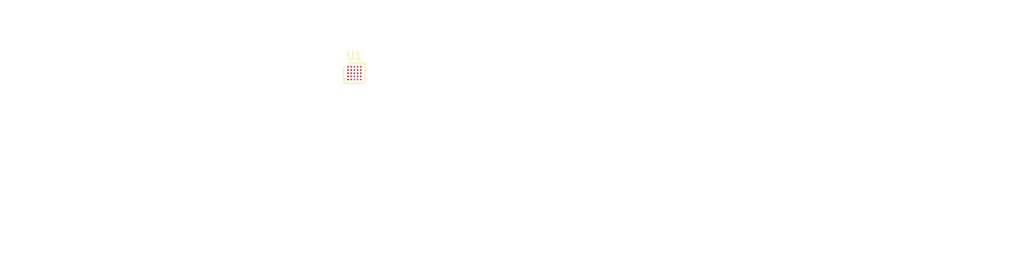
<source format=kicad_pcb>
(kicad_pcb (version 20171130) (host pcbnew "(5.0.1)-3")

  (general
    (thickness 1.6)
    (drawings 25)
    (tracks 0)
    (zones 0)
    (modules 1)
    (nets 26)
  )

  (page A4)
  (layers
    (0 F.Cu signal)
    (31 B.Cu signal)
    (32 B.Adhes user)
    (33 F.Adhes user)
    (34 B.Paste user)
    (35 F.Paste user)
    (36 B.SilkS user)
    (37 F.SilkS user)
    (38 B.Mask user)
    (39 F.Mask user)
    (40 Dwgs.User user)
    (41 Cmts.User user)
    (42 Eco1.User user)
    (43 Eco2.User user)
    (44 Edge.Cuts user)
    (45 Margin user)
    (46 B.CrtYd user)
    (47 F.CrtYd user)
    (48 B.Fab user)
    (49 F.Fab user)
  )

  (setup
    (last_trace_width 0.25)
    (trace_clearance 0.2)
    (zone_clearance 0.508)
    (zone_45_only no)
    (trace_min 0.2)
    (segment_width 0.2)
    (edge_width 0.15)
    (via_size 0.8)
    (via_drill 0.4)
    (via_min_size 0.4)
    (via_min_drill 0.3)
    (uvia_size 0.3)
    (uvia_drill 0.1)
    (uvias_allowed no)
    (uvia_min_size 0.2)
    (uvia_min_drill 0.1)
    (pcb_text_width 0.3)
    (pcb_text_size 1.5 1.5)
    (mod_edge_width 0.15)
    (mod_text_size 1 1)
    (mod_text_width 0.15)
    (pad_size 1.524 1.524)
    (pad_drill 0.762)
    (pad_to_mask_clearance 0.051)
    (solder_mask_min_width 0.25)
    (aux_axis_origin 0 0)
    (visible_elements 7FFFFFFF)
    (pcbplotparams
      (layerselection 0x010fc_ffffffff)
      (usegerberextensions false)
      (usegerberattributes false)
      (usegerberadvancedattributes false)
      (creategerberjobfile false)
      (excludeedgelayer true)
      (linewidth 0.100000)
      (plotframeref false)
      (viasonmask false)
      (mode 1)
      (useauxorigin false)
      (hpglpennumber 1)
      (hpglpenspeed 20)
      (hpglpendiameter 15.000000)
      (psnegative false)
      (psa4output false)
      (plotreference true)
      (plotvalue true)
      (plotinvisibletext false)
      (padsonsilk false)
      (subtractmaskfromsilk false)
      (outputformat 1)
      (mirror false)
      (drillshape 1)
      (scaleselection 1)
      (outputdirectory ""))
  )

  (net 0 "")
  (net 1 "Net-(U1-PadA1)")
  (net 2 "Net-(U1-PadA2)")
  (net 3 "Net-(U1-PadA3)")
  (net 4 "Net-(U1-PadA4)")
  (net 5 "Net-(U1-PadA5)")
  (net 6 "Net-(U1-PadB1)")
  (net 7 "Net-(U1-PadB2)")
  (net 8 "Net-(U1-PadB3)")
  (net 9 "Net-(U1-PadB4)")
  (net 10 "Net-(U1-PadB5)")
  (net 11 "Net-(U1-PadC1)")
  (net 12 "Net-(U1-PadC2)")
  (net 13 "Net-(U1-PadC3)")
  (net 14 "Net-(U1-PadC4)")
  (net 15 "Net-(U1-PadC5)")
  (net 16 "Net-(U1-PadD1)")
  (net 17 "Net-(U1-PadD2)")
  (net 18 "Net-(U1-PadD3)")
  (net 19 "Net-(U1-PadD4)")
  (net 20 "Net-(U1-PadD5)")
  (net 21 "Net-(U1-PadE1)")
  (net 22 "Net-(U1-PadE2)")
  (net 23 "Net-(U1-PadE3)")
  (net 24 "Net-(U1-PadE4)")
  (net 25 "Net-(U1-PadE5)")

  (net_class Default "This is the default net class."
    (clearance 0.2)
    (trace_width 0.25)
    (via_dia 0.8)
    (via_drill 0.4)
    (uvia_dia 0.3)
    (uvia_drill 0.1)
    (add_net "Net-(U1-PadA1)")
    (add_net "Net-(U1-PadA2)")
    (add_net "Net-(U1-PadA3)")
    (add_net "Net-(U1-PadA4)")
    (add_net "Net-(U1-PadA5)")
    (add_net "Net-(U1-PadB1)")
    (add_net "Net-(U1-PadB2)")
    (add_net "Net-(U1-PadB3)")
    (add_net "Net-(U1-PadB4)")
    (add_net "Net-(U1-PadB5)")
    (add_net "Net-(U1-PadC1)")
    (add_net "Net-(U1-PadC2)")
    (add_net "Net-(U1-PadC3)")
    (add_net "Net-(U1-PadC4)")
    (add_net "Net-(U1-PadC5)")
    (add_net "Net-(U1-PadD1)")
    (add_net "Net-(U1-PadD2)")
    (add_net "Net-(U1-PadD3)")
    (add_net "Net-(U1-PadD4)")
    (add_net "Net-(U1-PadD5)")
    (add_net "Net-(U1-PadE1)")
    (add_net "Net-(U1-PadE2)")
    (add_net "Net-(U1-PadE3)")
    (add_net "Net-(U1-PadE4)")
    (add_net "Net-(U1-PadE5)")
  )

  (module Package_CSP:ST_WLCSP-25_Die444 (layer F.Cu) (tedit 5AE11EAD) (tstamp 5E76C1A5)
    (at 130.9116 91.8337)
    (descr "WLCSP-25, 5x5 raster, 2.423x2.325mm package, pitch 0.4mm; see section 7.5 of http://www.st.com/resource/en/datasheet/stm32f031k6.pdf")
    (tags "BGA 25 0.4")
    (path /5E76BF27)
    (attr smd)
    (fp_text reference U1 (at 0 -2.1625) (layer F.SilkS)
      (effects (font (size 1 1) (thickness 0.15)))
    )
    (fp_text value STM32F031E6Yx (at 0 2.1625) (layer F.Fab)
      (effects (font (size 1 1) (thickness 0.15)))
    )
    (fp_line (start 1.2115 1.1625) (end -1.2115 1.1625) (layer F.Fab) (width 0.1))
    (fp_line (start -1.2115 1.1625) (end -1.2115 -0.58125) (layer F.Fab) (width 0.1))
    (fp_line (start -1.2115 -0.58125) (end -0.63025 -1.1625) (layer F.Fab) (width 0.1))
    (fp_line (start -0.63025 -1.1625) (end 1.2115 -1.1625) (layer F.Fab) (width 0.1))
    (fp_line (start 1.2115 -1.1625) (end 1.2115 1.1625) (layer F.Fab) (width 0.1))
    (fp_line (start -2.22 -2.17) (end -2.22 2.17) (layer F.CrtYd) (width 0.05))
    (fp_line (start -2.22 2.17) (end 2.22 2.17) (layer F.CrtYd) (width 0.05))
    (fp_line (start 2.22 2.17) (end 2.22 -2.17) (layer F.CrtYd) (width 0.05))
    (fp_line (start 2.22 -2.17) (end -2.22 -2.17) (layer F.CrtYd) (width 0.05))
    (fp_line (start -0.75525 -1.2875) (end 1.3365 -1.2875) (layer F.SilkS) (width 0.12))
    (fp_line (start 1.3365 -1.2875) (end 1.3365 1.2875) (layer F.SilkS) (width 0.12))
    (fp_line (start 1.3365 1.2875) (end -1.3365 1.2875) (layer F.SilkS) (width 0.12))
    (fp_line (start -1.3365 1.2875) (end -1.3365 -0.70625) (layer F.SilkS) (width 0.12))
    (fp_text user %R (at 0 0) (layer F.Fab)
      (effects (font (size 0.56 0.56) (thickness 0.084)))
    )
    (pad A1 smd circle (at -0.8 -0.8) (size 0.225 0.225) (layers F.Cu F.Paste F.Mask)
      (net 1 "Net-(U1-PadA1)") (solder_paste_margin_ratio 0.055556))
    (pad A2 smd circle (at -0.4 -0.8) (size 0.225 0.225) (layers F.Cu F.Paste F.Mask)
      (net 2 "Net-(U1-PadA2)") (solder_paste_margin_ratio 0.055556))
    (pad A3 smd circle (at 0 -0.8) (size 0.225 0.225) (layers F.Cu F.Paste F.Mask)
      (net 3 "Net-(U1-PadA3)") (solder_paste_margin_ratio 0.055556))
    (pad A4 smd circle (at 0.4 -0.8) (size 0.225 0.225) (layers F.Cu F.Paste F.Mask)
      (net 4 "Net-(U1-PadA4)") (solder_paste_margin_ratio 0.055556))
    (pad A5 smd circle (at 0.8 -0.8) (size 0.225 0.225) (layers F.Cu F.Paste F.Mask)
      (net 5 "Net-(U1-PadA5)") (solder_paste_margin_ratio 0.055556))
    (pad B1 smd circle (at -0.8 -0.4) (size 0.225 0.225) (layers F.Cu F.Paste F.Mask)
      (net 6 "Net-(U1-PadB1)") (solder_paste_margin_ratio 0.055556))
    (pad B2 smd circle (at -0.4 -0.4) (size 0.225 0.225) (layers F.Cu F.Paste F.Mask)
      (net 7 "Net-(U1-PadB2)") (solder_paste_margin_ratio 0.055556))
    (pad B3 smd circle (at 0 -0.4) (size 0.225 0.225) (layers F.Cu F.Paste F.Mask)
      (net 8 "Net-(U1-PadB3)") (solder_paste_margin_ratio 0.055556))
    (pad B4 smd circle (at 0.4 -0.4) (size 0.225 0.225) (layers F.Cu F.Paste F.Mask)
      (net 9 "Net-(U1-PadB4)") (solder_paste_margin_ratio 0.055556))
    (pad B5 smd circle (at 0.8 -0.4) (size 0.225 0.225) (layers F.Cu F.Paste F.Mask)
      (net 10 "Net-(U1-PadB5)") (solder_paste_margin_ratio 0.055556))
    (pad C1 smd circle (at -0.8 0) (size 0.225 0.225) (layers F.Cu F.Paste F.Mask)
      (net 11 "Net-(U1-PadC1)") (solder_paste_margin_ratio 0.055556))
    (pad C2 smd circle (at -0.4 0) (size 0.225 0.225) (layers F.Cu F.Paste F.Mask)
      (net 12 "Net-(U1-PadC2)") (solder_paste_margin_ratio 0.055556))
    (pad C3 smd circle (at 0 0) (size 0.225 0.225) (layers F.Cu F.Paste F.Mask)
      (net 13 "Net-(U1-PadC3)") (solder_paste_margin_ratio 0.055556))
    (pad C4 smd circle (at 0.4 0) (size 0.225 0.225) (layers F.Cu F.Paste F.Mask)
      (net 14 "Net-(U1-PadC4)") (solder_paste_margin_ratio 0.055556))
    (pad C5 smd circle (at 0.8 0) (size 0.225 0.225) (layers F.Cu F.Paste F.Mask)
      (net 15 "Net-(U1-PadC5)") (solder_paste_margin_ratio 0.055556))
    (pad D1 smd circle (at -0.8 0.4) (size 0.225 0.225) (layers F.Cu F.Paste F.Mask)
      (net 16 "Net-(U1-PadD1)") (solder_paste_margin_ratio 0.055556))
    (pad D2 smd circle (at -0.4 0.4) (size 0.225 0.225) (layers F.Cu F.Paste F.Mask)
      (net 17 "Net-(U1-PadD2)") (solder_paste_margin_ratio 0.055556))
    (pad D3 smd circle (at 0 0.4) (size 0.225 0.225) (layers F.Cu F.Paste F.Mask)
      (net 18 "Net-(U1-PadD3)") (solder_paste_margin_ratio 0.055556))
    (pad D4 smd circle (at 0.4 0.4) (size 0.225 0.225) (layers F.Cu F.Paste F.Mask)
      (net 19 "Net-(U1-PadD4)") (solder_paste_margin_ratio 0.055556))
    (pad D5 smd circle (at 0.8 0.4) (size 0.225 0.225) (layers F.Cu F.Paste F.Mask)
      (net 20 "Net-(U1-PadD5)") (solder_paste_margin_ratio 0.055556))
    (pad E1 smd circle (at -0.8 0.8) (size 0.225 0.225) (layers F.Cu F.Paste F.Mask)
      (net 21 "Net-(U1-PadE1)") (solder_paste_margin_ratio 0.055556))
    (pad E2 smd circle (at -0.4 0.8) (size 0.225 0.225) (layers F.Cu F.Paste F.Mask)
      (net 22 "Net-(U1-PadE2)") (solder_paste_margin_ratio 0.055556))
    (pad E3 smd circle (at 0 0.8) (size 0.225 0.225) (layers F.Cu F.Paste F.Mask)
      (net 23 "Net-(U1-PadE3)") (solder_paste_margin_ratio 0.055556))
    (pad E4 smd circle (at 0.4 0.8) (size 0.225 0.225) (layers F.Cu F.Paste F.Mask)
      (net 24 "Net-(U1-PadE4)") (solder_paste_margin_ratio 0.055556))
    (pad E5 smd circle (at 0.8 0.8) (size 0.225 0.225) (layers F.Cu F.Paste F.Mask)
      (net 25 "Net-(U1-PadE5)") (solder_paste_margin_ratio 0.055556))
    (model ${KISYS3DMOD}/Package_CSP.3dshapes/ST_WLCSP-25_Die444.wrl
      (at (xyz 0 0 0))
      (scale (xyz 1 1 1))
      (rotate (xyz 0 0 0))
    )
  )

  (gr_arc (start 174.729172 130.006016) (end 193.831809 104.939985) (angle -59.62026987) (layer Dwgs.User) (width 0.2) (tstamp 5E4A3F03))
  (gr_line (start 86.479078 91.722719) (end 86.489017 82.722725) (layer Dwgs.User) (width 0.2) (tstamp 5E4A3F02))
  (gr_arc (start 155.949 81.701524) (end 153.135554 101.8312) (angle -27.55190151) (layer Dwgs.User) (width 0.2) (tstamp 5E4A3F01))
  (gr_line (start 86.489017 82.722725) (end 91.540874 82.728304) (layer Dwgs.User) (width 0.2) (tstamp 5E4A3F00))
  (gr_arc (start 212.32628 110.021542) (end 214.391891 111.683803) (angle -93.46591588) (layer Dwgs.User) (width 0.2) (tstamp 5E4A3EFF))
  (gr_arc (start -90.749168 1396.202647) (end 153.135554 101.8312) (angle -2.715699524) (layer Dwgs.User) (width 0.2) (tstamp 5E4A3EFE))
  (gr_line (start 91.540874 82.728304) (end 86.489017 82.722725) (layer Dwgs.User) (width 0.2) (tstamp 5E4A3EFD))
  (gr_line (start 91.524957 91.728292) (end 86.479078 91.722719) (layer Dwgs.User) (width 0.2) (tstamp 5E4A3EFC))
  (gr_arc (start 212.32628 110.021542) (end 214.977668 110.021542) (angle -54.64119489) (layer Dwgs.User) (width 0.2) (tstamp 5E4A3EFB))
  (gr_arc (start 212.32628 110.021542) (end 214.391891 111.683803) (angle -38.82472094) (layer Dwgs.User) (width 0.2) (tstamp 5E4A3EFA))
  (gr_arc (start 156.292798 85.074737) (end 153.135554 101.8312) (angle -32.9800478) (layer Dwgs.User) (width 0.2) (tstamp 5E4A3EF9))
  (gr_arc (start 51.931209 812.387049) (end 177.778723 92.572341) (angle -6.809710129) (layer Dwgs.User) (width 0.2) (tstamp 5E4A3EF8))
  (gr_arc (start 161.048993 182.285673) (end 213.860625 107.859218) (angle -24.79562426) (layer Dwgs.User) (width 0.2) (tstamp 5E4A3EF7))
  (gr_line (start 86.489017 82.722725) (end 86.479078 91.722719) (layer Dwgs.User) (width 0.2) (tstamp 5E4A3EF6))
  (gr_arc (start 51.931209 812.387049) (end 177.778723 92.572341) (angle -6.809710129) (layer Dwgs.User) (width 0.2) (tstamp 5E4A3EF5))
  (gr_arc (start 161.048993 182.285673) (end 213.860625 107.859218) (angle -24.79562426) (layer Dwgs.User) (width 0.2) (tstamp 5E4A3EF4))
  (gr_arc (start 207.987719 108.198576) (end 203.018571 113.059442) (angle -77.33448465) (layer Dwgs.User) (width 0.2) (tstamp 5E4A3EF3))
  (gr_line (start 214.977668 110.021542) (end 214.677668 110.021542) (layer Dwgs.User) (width 0.2) (tstamp 5E4A3EF2))
  (gr_line (start 86.479078 91.722719) (end 91.524957 91.728292) (layer Dwgs.User) (width 0.2) (tstamp 5E4A3EF1))
  (gr_arc (start 205.938568 104.881154) (end 211.640773 114.112598) (angle -19.47192812) (layer Dwgs.User) (width 0.2) (tstamp 5E4A3EF0))
  (gr_arc (start 142.61116 172.150513) (end 203.018571 113.059442) (angle -8.320359379) (layer Dwgs.User) (width 0.2) (tstamp 5E4A3EEF))
  (gr_arc (start 155.949 81.701524) (end 153.135554 101.8312) (angle -27.55190151) (layer Dwgs.User) (width 0.2) (tstamp 5E4A3EEE))
  (gr_line (start 91.524957 91.728292) (end 91.534137 91.729574) (layer Dwgs.User) (width 0.2) (tstamp 5E4A3EEC))
  (gr_arc (start 174.729172 130.006016) (end 193.831809 104.939985) (angle -59.62026988) (layer Dwgs.User) (width 0.2) (tstamp 5E4A3EEB))
  (gr_arc (start 207.987719 108.198576) (end 203.018571 113.059442) (angle -77.33448463) (layer Dwgs.User) (width 0.2) (tstamp 5E4A3EEA))

)

</source>
